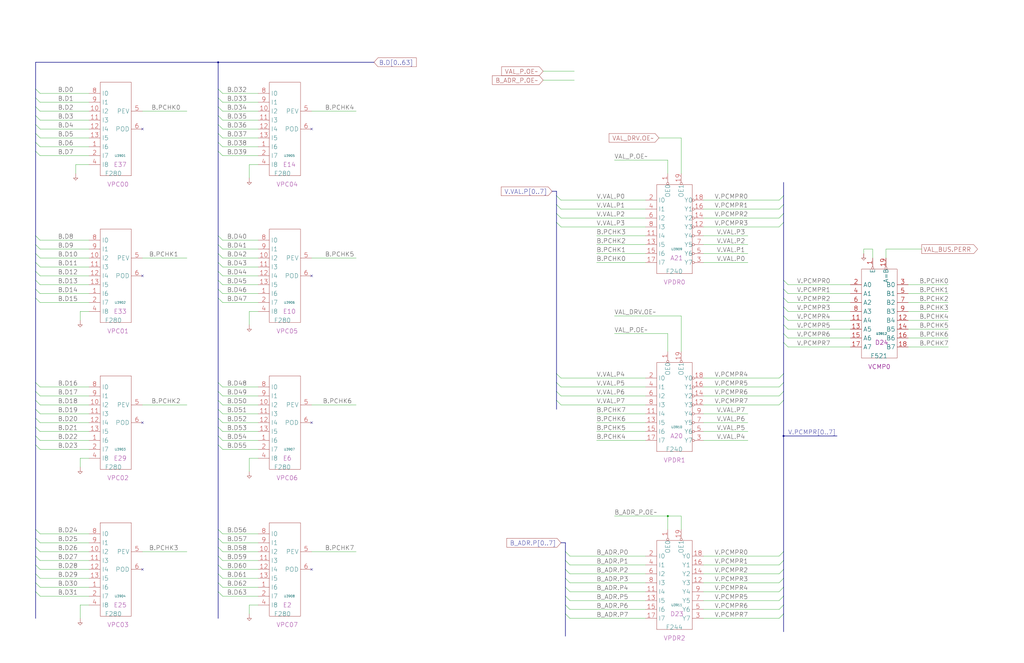
<source format=kicad_sch>
(kicad_sch (version 20230121) (generator eeschema)
  (paper "User" 584.2 378.46)
  (title_block (title "VAL DRIVER AND RECEIVER\\nPARITY") (date "22-MAR-90") (rev "1.0") (comment 1 "VALUE") (comment 2 "232-003063") (comment 3 "S400") (comment 4 "RELEASED"))
  (lib_symbols
    (symbol "r1000:F240" (pin_names (offset 1.016))
      (property "Reference" "U" (at 2.54 5.08 0))
      (property "Value" "F240" (at -3.81 -7.62 0))
      (property "Location" "___" (at -1.27 0 0))
      (property "Name" "______" (at 1.27 -15.24 0))
      (symbol "F240_1_1"
        (rectangle (start -8.89 41.91) (end 11.43 -8.89))
        (circle (center -2.54 42.545) (radius 0.635))
        (circle (center 5.08 42.545) (radius 0.635))
        (circle (center 12.065 -2.54) (radius 0.635))
        (circle (center 12.065 2.54) (radius 0.635))
        (circle (center 12.065 7.62) (radius 0.635))
        (circle (center 12.065 12.7) (radius 0.635))
        (circle (center 12.065 17.78) (radius 0.635))
        (circle (center 12.065 22.86) (radius 0.635))
        (circle (center 12.065 27.94) (radius 0.635))
        (circle (center 12.065 33.02) (radius 0.635))
        (pin input line (at -2.54 48.26 270) (length 5.08) (name "OE0") (number "1"))
        (pin input line (at -15.24 12.7 0) (length 6.35) (name "I4") (number "11"))
        (pin tri_state line (at 17.78 17.78 180) (length 5.08) (name "Y3") (number "12"))
        (pin input line (at -15.24 7.62 0) (length 6.35) (name "I5") (number "13"))
        (pin tri_state line (at 17.78 22.86 180) (length 5.08) (name "Y2") (number "14"))
        (pin input line (at -15.24 2.54 0) (length 6.35) (name "I6") (number "15"))
        (pin tri_state line (at 17.78 27.94 180) (length 5.08) (name "Y1") (number "16"))
        (pin input line (at -15.24 -2.54 0) (length 6.35) (name "I7") (number "17"))
        (pin tri_state line (at 17.78 33.02 180) (length 5.08) (name "Y0") (number "18"))
        (pin input line (at 5.08 48.26 270) (length 5.08) (name "OE1") (number "19"))
        (pin input line (at -15.24 33.02 0) (length 6.35) (name "I0") (number "2"))
        (pin tri_state line (at 17.78 -2.54 180) (length 5.08) (name "Y7") (number "3"))
        (pin input line (at -15.24 27.94 0) (length 6.35) (name "I1") (number "4"))
        (pin tri_state line (at 17.78 2.54 180) (length 5.08) (name "Y6") (number "5"))
        (pin input line (at -15.24 22.86 0) (length 6.35) (name "I2") (number "6"))
        (pin tri_state line (at 17.78 7.62 180) (length 5.08) (name "Y5") (number "7"))
        (pin input line (at -15.24 17.78 0) (length 6.35) (name "I3") (number "8"))
        (pin tri_state line (at 17.78 12.7 180) (length 5.08) (name "Y4") (number "9"))
      )
    )
    (symbol "r1000:F244" (pin_names (offset 1.016))
      (property "Reference" "U" (at 2.54 5.08 0))
      (property "Value" "F244" (at -3.81 -7.62 0))
      (property "Location" "___" (at -1.27 0 0))
      (property "Name" "______" (at 1.27 -15.24 0))
      (symbol "F244_1_1"
        (rectangle (start -8.89 41.91) (end 11.43 -8.89))
        (circle (center -2.54 42.545) (radius 0.635))
        (circle (center 5.08 42.545) (radius 0.635))
        (pin input line (at -2.54 48.26 270) (length 5.08) (name "OE0") (number "1"))
        (pin input line (at -15.24 12.7 0) (length 6.35) (name "I4") (number "11"))
        (pin tri_state line (at 17.78 17.78 180) (length 6.35) (name "Y3") (number "12"))
        (pin input line (at -15.24 7.62 0) (length 6.35) (name "I5") (number "13"))
        (pin tri_state line (at 17.78 22.86 180) (length 6.35) (name "Y2") (number "14"))
        (pin input line (at -15.24 2.54 0) (length 6.35) (name "I6") (number "15"))
        (pin tri_state line (at 17.78 27.94 180) (length 6.35) (name "Y1") (number "16"))
        (pin input line (at -15.24 -2.54 0) (length 6.35) (name "I7") (number "17"))
        (pin tri_state line (at 17.78 33.02 180) (length 6.35) (name "Y0") (number "18"))
        (pin input line (at 5.08 48.26 270) (length 5.08) (name "OE1") (number "19"))
        (pin input line (at -15.24 33.02 0) (length 6.35) (name "I0") (number "2"))
        (pin tri_state line (at 17.78 -2.54 180) (length 6.35) (name "Y7") (number "3"))
        (pin input line (at -15.24 27.94 0) (length 6.35) (name "I1") (number "4"))
        (pin tri_state line (at 17.78 2.54 180) (length 6.35) (name "Y6") (number "5"))
        (pin input line (at -15.24 22.86 0) (length 6.35) (name "I2") (number "6"))
        (pin tri_state line (at 17.78 7.62 180) (length 6.35) (name "Y5") (number "7"))
        (pin input line (at -15.24 17.78 0) (length 6.35) (name "I3") (number "8"))
        (pin tri_state line (at 17.78 12.7 180) (length 6.35) (name "Y4") (number "9"))
      )
    )
    (symbol "r1000:F280" (pin_names (offset 1.016))
      (property "Reference" "U" (at 2.54 5.08 0))
      (property "Value" "F280" (at -6.35 -5.08 0))
      (property "Location" "___" (at -1.27 0 0))
      (property "Name" "______" (at 1.27 -12.7 0))
      (symbol "F280_1_1"
        (rectangle (start -8.89 46.99) (end 8.89 -6.35))
        (pin input line (at -15.24 10.16 0) (length 6.35) (name "I6") (number "1"))
        (pin input line (at -15.24 30.48 0) (length 6.35) (name "I2") (number "10"))
        (pin input line (at -15.24 25.4 0) (length 6.35) (name "I3") (number "11"))
        (pin input line (at -15.24 20.32 0) (length 6.35) (name "I4") (number "12"))
        (pin input line (at -15.24 15.24 0) (length 6.35) (name "I5") (number "13"))
        (pin input line (at -15.24 5.08 0) (length 6.35) (name "I7") (number "2"))
        (pin input line (at -15.24 0 0) (length 6.35) (name "I8") (number "4"))
        (pin output line (at 15.24 30.48 180) (length 6.35) (name "PEV") (number "5"))
        (pin output line (at 15.24 20.32 180) (length 6.35) (name "POD") (number "6"))
        (pin input line (at -15.24 40.64 0) (length 6.35) (name "I0") (number "8"))
        (pin input line (at -15.24 35.56 0) (length 6.35) (name "I1") (number "9"))
      )
    )
    (symbol "r1000:F521" (pin_names (offset 1.016))
      (property "Reference" "U" (at 2.54 5.08 0))
      (property "Value" "F521" (at -3.81 -7.62 0))
      (property "Location" "___" (at -1.27 0 0))
      (property "Name" "______" (at 1.27 -15.24 0))
      (symbol "F521_1_1"
        (rectangle (start -8.89 41.91) (end 11.43 -8.89))
        (circle (center -2.54 42.545) (radius 0.635))
        (circle (center 5.08 42.545) (radius 0.635))
        (pin input line (at -2.54 48.26 270) (length 5.08) (name "E") (number "1"))
        (pin input line (at -15.24 12.7 0) (length 6.35) (name "A4") (number "11"))
        (pin input line (at 17.78 12.7 180) (length 6.35) (name "B4") (number "12"))
        (pin input line (at -15.24 7.62 0) (length 6.35) (name "A5") (number "13"))
        (pin input line (at 17.78 7.62 180) (length 6.35) (name "B5") (number "14"))
        (pin input line (at -15.24 2.54 0) (length 6.35) (name "A6") (number "15"))
        (pin input line (at 17.78 2.54 180) (length 6.35) (name "B6") (number "16"))
        (pin input line (at -15.24 -2.54 0) (length 6.35) (name "A7") (number "17"))
        (pin input line (at 17.78 -2.54 180) (length 6.35) (name "B7") (number "18"))
        (pin output line (at 5.08 48.26 270) (length 5.08) (name "A=B") (number "19"))
        (pin input line (at -15.24 33.02 0) (length 6.35) (name "A0") (number "2"))
        (pin input line (at 17.78 33.02 180) (length 6.35) (name "B0") (number "3"))
        (pin input line (at -15.24 27.94 0) (length 6.35) (name "A1") (number "4"))
        (pin input line (at 17.78 27.94 180) (length 6.35) (name "B1") (number "5"))
        (pin input line (at -15.24 22.86 0) (length 6.35) (name "A2") (number "6"))
        (pin input line (at 17.78 22.86 180) (length 6.35) (name "B2") (number "7"))
        (pin input line (at -15.24 17.78 0) (length 6.35) (name "A3") (number "8"))
        (pin input line (at 17.78 17.78 180) (length 6.35) (name "B3") (number "9"))
      )
    )
    (symbol "r1000:PD" (power) (pin_numbers hide) (pin_names hide) (in_bom no)
      (symbol "PD_0_1"
        (polyline (pts (xy 0 -2.54) (xy 1.27 -2.54) (xy 0 -3.81) (xy -1.27 -2.54) (xy 0 -2.54)) (stroke (width 0.1524)))
      )
      (symbol "PD_1_1"
        (pin power_in line (at 0 0 270) (length 2.54) (name "PD") (number "1"))
      )
    )
  )
  (junction (at 447.04 248.92))
  (junction (at 124.46 35.56))
  (junction (at 381 294.64))
  (no_connect (at 81.28 157.48))
  (no_connect (at 81.28 325.12))
  (no_connect (at 177.8 325.12))
  (no_connect (at 177.8 157.48))
  (no_connect (at 177.8 73.66))
  (no_connect (at 81.28 73.66))
  (no_connect (at 177.8 241.3))
  (no_connect (at 81.28 241.3))
  (bus_entry (at 317.5 116.84) (size 2.54 2.54))
  (bus_entry (at 447.04 121.92) (size -2.54 2.54))
  (bus_entry (at 124.46 307.34) (size 2.54 2.54))
  (bus_entry (at 124.46 302.26) (size 2.54 2.54))
  (bus_entry (at 124.46 170.18) (size 2.54 2.54))
  (bus_entry (at 124.46 254) (size 2.54 2.54))
  (bus_entry (at 20.32 86.36) (size 2.54 2.54))
  (bus_entry (at 317.5 228.6) (size 2.54 2.54))
  (bus_entry (at 447.04 335.28) (size -2.54 2.54))
  (bus_entry (at 124.46 66.04) (size 2.54 2.54))
  (bus_entry (at 447.04 340.36) (size -2.54 2.54))
  (bus_entry (at 447.04 111.76) (size -2.54 2.54))
  (bus_entry (at 447.04 195.58) (size 2.54 2.54))
  (bus_entry (at 322.58 350.52) (size 2.54 2.54))
  (bus_entry (at 447.04 190.5) (size 2.54 2.54))
  (bus_entry (at 124.46 332.74) (size 2.54 2.54))
  (bus_entry (at 447.04 314.96) (size -2.54 2.54))
  (bus_entry (at 124.46 312.42) (size 2.54 2.54))
  (bus_entry (at 20.32 327.66) (size 2.54 2.54))
  (bus_entry (at 20.32 332.74) (size 2.54 2.54))
  (bus_entry (at 124.46 238.76) (size 2.54 2.54))
  (bus_entry (at 124.46 160.02) (size 2.54 2.54))
  (bus_entry (at 124.46 218.44) (size 2.54 2.54))
  (bus_entry (at 447.04 170.18) (size 2.54 2.54))
  (bus_entry (at 317.5 121.92) (size 2.54 2.54))
  (bus_entry (at 447.04 350.52) (size -2.54 2.54))
  (bus_entry (at 20.32 302.26) (size 2.54 2.54))
  (bus_entry (at 124.46 337.82) (size 2.54 2.54))
  (bus_entry (at 124.46 223.52) (size 2.54 2.54))
  (bus_entry (at 124.46 165.1) (size 2.54 2.54))
  (bus_entry (at 124.46 86.36) (size 2.54 2.54))
  (bus_entry (at 447.04 165.1) (size 2.54 2.54))
  (bus_entry (at 124.46 228.6) (size 2.54 2.54))
  (bus_entry (at 20.32 154.94) (size 2.54 2.54))
  (bus_entry (at 20.32 228.6) (size 2.54 2.54))
  (bus_entry (at 20.32 160.02) (size 2.54 2.54))
  (bus_entry (at 322.58 330.2) (size 2.54 2.54))
  (bus_entry (at 447.04 223.52) (size -2.54 2.54))
  (bus_entry (at 124.46 50.8) (size 2.54 2.54))
  (bus_entry (at 317.5 111.76) (size 2.54 2.54))
  (bus_entry (at 20.32 218.44) (size 2.54 2.54))
  (bus_entry (at 124.46 144.78) (size 2.54 2.54))
  (bus_entry (at 20.32 248.92) (size 2.54 2.54))
  (bus_entry (at 317.5 213.36) (size 2.54 2.54))
  (bus_entry (at 20.32 165.1) (size 2.54 2.54))
  (bus_entry (at 447.04 330.2) (size -2.54 2.54))
  (bus_entry (at 124.46 55.88) (size 2.54 2.54))
  (bus_entry (at 124.46 134.62) (size 2.54 2.54))
  (bus_entry (at 322.58 340.36) (size 2.54 2.54))
  (bus_entry (at 447.04 213.36) (size -2.54 2.54))
  (bus_entry (at 124.46 139.7) (size 2.54 2.54))
  (bus_entry (at 20.32 223.52) (size 2.54 2.54))
  (bus_entry (at 124.46 154.94) (size 2.54 2.54))
  (bus_entry (at 124.46 81.28) (size 2.54 2.54))
  (bus_entry (at 322.58 325.12) (size 2.54 2.54))
  (bus_entry (at 20.32 170.18) (size 2.54 2.54))
  (bus_entry (at 124.46 233.68) (size 2.54 2.54))
  (bus_entry (at 20.32 71.12) (size 2.54 2.54))
  (bus_entry (at 447.04 228.6) (size -2.54 2.54))
  (bus_entry (at 124.46 149.86) (size 2.54 2.54))
  (bus_entry (at 20.32 243.84) (size 2.54 2.54))
  (bus_entry (at 20.32 139.7) (size 2.54 2.54))
  (bus_entry (at 322.58 320.04) (size 2.54 2.54))
  (bus_entry (at 322.58 335.28) (size 2.54 2.54))
  (bus_entry (at 447.04 180.34) (size 2.54 2.54))
  (bus_entry (at 20.32 233.68) (size 2.54 2.54))
  (bus_entry (at 124.46 327.66) (size 2.54 2.54))
  (bus_entry (at 447.04 160.02) (size 2.54 2.54))
  (bus_entry (at 20.32 66.04) (size 2.54 2.54))
  (bus_entry (at 20.32 76.2) (size 2.54 2.54))
  (bus_entry (at 124.46 60.96) (size 2.54 2.54))
  (bus_entry (at 124.46 71.12) (size 2.54 2.54))
  (bus_entry (at 20.32 307.34) (size 2.54 2.54))
  (bus_entry (at 317.5 127) (size 2.54 2.54))
  (bus_entry (at 20.32 254) (size 2.54 2.54))
  (bus_entry (at 124.46 243.84) (size 2.54 2.54))
  (bus_entry (at 20.32 81.28) (size 2.54 2.54))
  (bus_entry (at 20.32 55.88) (size 2.54 2.54))
  (bus_entry (at 322.58 345.44) (size 2.54 2.54))
  (bus_entry (at 20.32 337.82) (size 2.54 2.54))
  (bus_entry (at 447.04 218.44) (size -2.54 2.54))
  (bus_entry (at 317.5 218.44) (size 2.54 2.54))
  (bus_entry (at 447.04 127) (size -2.54 2.54))
  (bus_entry (at 20.32 317.5) (size 2.54 2.54))
  (bus_entry (at 447.04 185.42) (size 2.54 2.54))
  (bus_entry (at 20.32 134.62) (size 2.54 2.54))
  (bus_entry (at 20.32 322.58) (size 2.54 2.54))
  (bus_entry (at 124.46 76.2) (size 2.54 2.54))
  (bus_entry (at 20.32 144.78) (size 2.54 2.54))
  (bus_entry (at 20.32 50.8) (size 2.54 2.54))
  (bus_entry (at 447.04 320.04) (size -2.54 2.54))
  (bus_entry (at 124.46 248.92) (size 2.54 2.54))
  (bus_entry (at 20.32 60.96) (size 2.54 2.54))
  (bus_entry (at 447.04 325.12) (size -2.54 2.54))
  (bus_entry (at 447.04 116.84) (size -2.54 2.54))
  (bus_entry (at 124.46 317.5) (size 2.54 2.54))
  (bus_entry (at 20.32 238.76) (size 2.54 2.54))
  (bus_entry (at 20.32 149.86) (size 2.54 2.54))
  (bus_entry (at 317.5 223.52) (size 2.54 2.54))
  (bus_entry (at 447.04 175.26) (size 2.54 2.54))
  (bus_entry (at 322.58 314.96) (size 2.54 2.54))
  (bus_entry (at 124.46 322.58) (size 2.54 2.54))
  (bus_entry (at 447.04 345.44) (size -2.54 2.54))
  (bus_entry (at 20.32 312.42) (size 2.54 2.54))
  (wire (pts (xy 492.76 144.78) (xy 492.76 142.24)))
  (wire (pts (xy 22.86 220.98) (xy 50.8 220.98)))
  (wire (pts (xy 340.36 251.46) (xy 368.3 251.46)))
  (wire (pts (xy 127 157.48) (xy 147.32 157.48)))
  (wire (pts (xy 22.86 78.74) (xy 50.8 78.74)))
  (bus (pts (xy 124.46 149.86) (xy 124.46 154.94)))
  (wire (pts (xy 401.32 119.38) (xy 444.5 119.38)))
  (wire (pts (xy 401.32 251.46) (xy 426.72 251.46)))
  (bus (pts (xy 20.32 35.56) (xy 20.32 50.8)))
  (bus (pts (xy 124.46 165.1) (xy 124.46 170.18)))
  (wire (pts (xy 320.04 124.46) (xy 368.3 124.46)))
  (wire (pts (xy 43.18 93.98) (xy 43.18 99.06)))
  (bus (pts (xy 124.46 243.84) (xy 124.46 248.92)))
  (wire (pts (xy 22.86 236.22) (xy 50.8 236.22)))
  (bus (pts (xy 124.46 307.34) (xy 124.46 312.42)))
  (wire (pts (xy 22.86 88.9) (xy 50.8 88.9)))
  (wire (pts (xy 127 226.06) (xy 147.32 226.06)))
  (wire (pts (xy 340.36 144.78) (xy 368.3 144.78)))
  (wire (pts (xy 22.86 246.38) (xy 50.8 246.38)))
  (wire (pts (xy 22.86 309.88) (xy 50.8 309.88)))
  (wire (pts (xy 22.86 241.3) (xy 50.8 241.3)))
  (bus (pts (xy 447.04 314.96) (xy 447.04 320.04)))
  (wire (pts (xy 325.12 327.66) (xy 368.3 327.66)))
  (wire (pts (xy 127 246.38) (xy 147.32 246.38)))
  (wire (pts (xy 22.86 231.14) (xy 50.8 231.14)))
  (wire (pts (xy 325.12 347.98) (xy 368.3 347.98)))
  (bus (pts (xy 124.46 86.36) (xy 124.46 134.62)))
  (wire (pts (xy 401.32 327.66) (xy 444.5 327.66)))
  (wire (pts (xy 127 68.58) (xy 147.32 68.58)))
  (bus (pts (xy 447.04 330.2) (xy 447.04 335.28)))
  (bus (pts (xy 317.5 116.84) (xy 317.5 121.92)))
  (bus (pts (xy 124.46 35.56) (xy 124.46 50.8)))
  (bus (pts (xy 447.04 213.36) (xy 447.04 218.44)))
  (bus (pts (xy 20.32 302.26) (xy 20.32 307.34)))
  (bus (pts (xy 124.46 248.92) (xy 124.46 254)))
  (bus (pts (xy 447.04 185.42) (xy 447.04 190.5)))
  (bus (pts (xy 124.46 50.8) (xy 124.46 55.88)))
  (bus (pts (xy 124.46 81.28) (xy 124.46 86.36)))
  (wire (pts (xy 518.16 172.72) (xy 541.02 172.72)))
  (wire (pts (xy 401.32 139.7) (xy 426.72 139.7)))
  (wire (pts (xy 381 190.5) (xy 381 200.66)))
  (bus (pts (xy 124.46 71.12) (xy 124.46 76.2)))
  (wire (pts (xy 22.86 335.28) (xy 50.8 335.28)))
  (bus (pts (xy 322.58 330.2) (xy 322.58 335.28)))
  (bus (pts (xy 447.04 121.92) (xy 447.04 127)))
  (wire (pts (xy 127 78.74) (xy 147.32 78.74)))
  (bus (pts (xy 322.58 345.44) (xy 322.58 350.52)))
  (wire (pts (xy 320.04 129.54) (xy 368.3 129.54)))
  (bus (pts (xy 447.04 350.52) (xy 447.04 360.68)))
  (wire (pts (xy 388.62 78.74) (xy 388.62 99.06)))
  (wire (pts (xy 320.04 215.9) (xy 368.3 215.9)))
  (wire (pts (xy 142.24 177.8) (xy 147.32 177.8)))
  (bus (pts (xy 20.32 170.18) (xy 20.32 218.44)))
  (wire (pts (xy 22.86 314.96) (xy 50.8 314.96)))
  (bus (pts (xy 20.32 60.96) (xy 20.32 66.04)))
  (bus (pts (xy 20.32 332.74) (xy 20.32 337.82)))
  (wire (pts (xy 340.36 241.3) (xy 368.3 241.3)))
  (wire (pts (xy 350.52 294.64) (xy 381 294.64)))
  (wire (pts (xy 518.16 193.04) (xy 541.02 193.04)))
  (wire (pts (xy 22.86 152.4) (xy 50.8 152.4)))
  (bus (pts (xy 20.32 317.5) (xy 20.32 322.58)))
  (wire (pts (xy 22.86 162.56) (xy 50.8 162.56)))
  (bus (pts (xy 124.46 254) (xy 124.46 302.26)))
  (wire (pts (xy 127 314.96) (xy 147.32 314.96)))
  (bus (pts (xy 124.46 223.52) (xy 124.46 228.6)))
  (bus (pts (xy 124.46 233.68) (xy 124.46 238.76)))
  (wire (pts (xy 22.86 320.04) (xy 50.8 320.04)))
  (wire (pts (xy 381 294.64) (xy 388.62 294.64)))
  (wire (pts (xy 449.58 193.04) (xy 485.14 193.04)))
  (wire (pts (xy 127 167.64) (xy 147.32 167.64)))
  (bus (pts (xy 20.32 76.2) (xy 20.32 81.28)))
  (bus (pts (xy 124.46 312.42) (xy 124.46 317.5)))
  (wire (pts (xy 449.58 198.12) (xy 485.14 198.12)))
  (wire (pts (xy 320.04 231.14) (xy 368.3 231.14)))
  (bus (pts (xy 20.32 312.42) (xy 20.32 317.5)))
  (bus (pts (xy 447.04 116.84) (xy 447.04 121.92)))
  (wire (pts (xy 22.86 63.5) (xy 50.8 63.5)))
  (wire (pts (xy 81.28 63.5) (xy 106.68 63.5)))
  (wire (pts (xy 325.12 337.82) (xy 368.3 337.82)))
  (wire (pts (xy 401.32 246.38) (xy 426.72 246.38)))
  (wire (pts (xy 325.12 332.74) (xy 368.3 332.74)))
  (bus (pts (xy 124.46 327.66) (xy 124.46 332.74)))
  (bus (pts (xy 20.32 218.44) (xy 20.32 223.52)))
  (wire (pts (xy 22.86 137.16) (xy 50.8 137.16)))
  (wire (pts (xy 45.72 266.7) (xy 45.72 261.62)))
  (wire (pts (xy 350.52 91.44) (xy 381 91.44)))
  (wire (pts (xy 401.32 317.5) (xy 444.5 317.5)))
  (bus (pts (xy 20.32 55.88) (xy 20.32 60.96)))
  (wire (pts (xy 401.32 134.62) (xy 426.72 134.62)))
  (wire (pts (xy 492.76 142.24) (xy 497.84 142.24)))
  (wire (pts (xy 518.16 177.8) (xy 541.02 177.8)))
  (wire (pts (xy 81.28 314.96) (xy 106.68 314.96)))
  (wire (pts (xy 127 162.56) (xy 147.32 162.56)))
  (wire (pts (xy 22.86 256.54) (xy 50.8 256.54)))
  (wire (pts (xy 449.58 177.8) (xy 485.14 177.8)))
  (bus (pts (xy 317.5 109.22) (xy 317.5 111.76)))
  (wire (pts (xy 127 335.28) (xy 147.32 335.28)))
  (wire (pts (xy 325.12 322.58) (xy 368.3 322.58)))
  (bus (pts (xy 20.32 248.92) (xy 20.32 254)))
  (wire (pts (xy 401.32 236.22) (xy 426.72 236.22)))
  (wire (pts (xy 401.32 114.3) (xy 444.5 114.3)))
  (wire (pts (xy 497.84 142.24) (xy 497.84 147.32)))
  (bus (pts (xy 20.32 327.66) (xy 20.32 332.74)))
  (wire (pts (xy 127 83.82) (xy 147.32 83.82)))
  (bus (pts (xy 322.58 320.04) (xy 322.58 325.12)))
  (wire (pts (xy 340.36 246.38) (xy 368.3 246.38)))
  (wire (pts (xy 22.86 142.24) (xy 50.8 142.24)))
  (bus (pts (xy 447.04 170.18) (xy 447.04 175.26)))
  (bus (pts (xy 20.32 149.86) (xy 20.32 154.94)))
  (bus (pts (xy 124.46 76.2) (xy 124.46 81.28)))
  (wire (pts (xy 177.8 314.96) (xy 203.2 314.96)))
  (bus (pts (xy 447.04 104.14) (xy 447.04 111.76)))
  (wire (pts (xy 518.16 198.12) (xy 541.02 198.12)))
  (bus (pts (xy 20.32 144.78) (xy 20.32 149.86)))
  (bus (pts (xy 447.04 127) (xy 447.04 160.02)))
  (wire (pts (xy 127 309.88) (xy 147.32 309.88)))
  (bus (pts (xy 20.32 233.68) (xy 20.32 238.76)))
  (wire (pts (xy 127 241.3) (xy 147.32 241.3)))
  (wire (pts (xy 81.28 231.14) (xy 106.68 231.14)))
  (bus (pts (xy 124.46 238.76) (xy 124.46 243.84)))
  (bus (pts (xy 20.32 81.28) (xy 20.32 86.36)))
  (bus (pts (xy 20.32 154.94) (xy 20.32 160.02)))
  (bus (pts (xy 124.46 154.94) (xy 124.46 160.02)))
  (bus (pts (xy 20.32 35.56) (xy 124.46 35.56)))
  (bus (pts (xy 20.32 86.36) (xy 20.32 134.62)))
  (wire (pts (xy 350.52 180.34) (xy 388.62 180.34)))
  (wire (pts (xy 518.16 182.88) (xy 541.02 182.88)))
  (bus (pts (xy 447.04 190.5) (xy 447.04 195.58)))
  (bus (pts (xy 447.04 248.92) (xy 477.52 248.92)))
  (bus (pts (xy 124.46 332.74) (xy 124.46 337.82)))
  (wire (pts (xy 127 147.32) (xy 147.32 147.32)))
  (wire (pts (xy 177.8 63.5) (xy 203.2 63.5)))
  (bus (pts (xy 322.58 309.88) (xy 322.58 314.96)))
  (bus (pts (xy 317.5 111.76) (xy 317.5 116.84)))
  (wire (pts (xy 45.72 177.8) (xy 50.8 177.8)))
  (wire (pts (xy 401.32 241.3) (xy 426.72 241.3)))
  (wire (pts (xy 22.86 325.12) (xy 50.8 325.12)))
  (wire (pts (xy 388.62 294.64) (xy 388.62 302.26)))
  (wire (pts (xy 401.32 337.82) (xy 444.5 337.82)))
  (bus (pts (xy 124.46 144.78) (xy 124.46 149.86)))
  (bus (pts (xy 124.46 322.58) (xy 124.46 327.66)))
  (bus (pts (xy 447.04 345.44) (xy 447.04 350.52)))
  (wire (pts (xy 127 58.42) (xy 147.32 58.42)))
  (wire (pts (xy 81.28 147.32) (xy 106.68 147.32)))
  (wire (pts (xy 22.86 157.48) (xy 50.8 157.48)))
  (wire (pts (xy 401.32 332.74) (xy 444.5 332.74)))
  (wire (pts (xy 401.32 215.9) (xy 444.5 215.9)))
  (wire (pts (xy 22.86 58.42) (xy 50.8 58.42)))
  (bus (pts (xy 20.32 223.52) (xy 20.32 228.6)))
  (bus (pts (xy 20.32 50.8) (xy 20.32 55.88)))
  (wire (pts (xy 22.86 53.34) (xy 50.8 53.34)))
  (wire (pts (xy 401.32 220.98) (xy 444.5 220.98)))
  (bus (pts (xy 20.32 238.76) (xy 20.32 243.84)))
  (bus (pts (xy 447.04 175.26) (xy 447.04 180.34)))
  (bus (pts (xy 447.04 325.12) (xy 447.04 330.2)))
  (bus (pts (xy 447.04 223.52) (xy 447.04 228.6)))
  (wire (pts (xy 401.32 129.54) (xy 444.5 129.54)))
  (wire (pts (xy 518.16 162.56) (xy 541.02 162.56)))
  (wire (pts (xy 22.86 147.32) (xy 50.8 147.32)))
  (bus (pts (xy 20.32 71.12) (xy 20.32 76.2)))
  (wire (pts (xy 127 137.16) (xy 147.32 137.16)))
  (bus (pts (xy 447.04 218.44) (xy 447.04 223.52)))
  (wire (pts (xy 401.32 353.06) (xy 444.5 353.06)))
  (bus (pts (xy 317.5 223.52) (xy 317.5 228.6)))
  (wire (pts (xy 45.72 261.62) (xy 50.8 261.62)))
  (wire (pts (xy 325.12 317.5) (xy 368.3 317.5)))
  (wire (pts (xy 22.86 226.06) (xy 50.8 226.06)))
  (bus (pts (xy 20.32 307.34) (xy 20.32 312.42)))
  (wire (pts (xy 142.24 93.98) (xy 147.32 93.98)))
  (wire (pts (xy 22.86 172.72) (xy 50.8 172.72)))
  (wire (pts (xy 22.86 68.58) (xy 50.8 68.58)))
  (bus (pts (xy 322.58 335.28) (xy 322.58 340.36)))
  (wire (pts (xy 142.24 185.42) (xy 142.24 177.8)))
  (wire (pts (xy 45.72 182.88) (xy 45.72 177.8)))
  (bus (pts (xy 20.32 165.1) (xy 20.32 170.18)))
  (bus (pts (xy 124.46 66.04) (xy 124.46 71.12)))
  (bus (pts (xy 447.04 320.04) (xy 447.04 325.12)))
  (wire (pts (xy 309.88 40.64) (xy 327.66 40.64)))
  (bus (pts (xy 317.5 127) (xy 317.5 213.36)))
  (bus (pts (xy 124.46 55.88) (xy 124.46 60.96)))
  (bus (pts (xy 124.46 60.96) (xy 124.46 66.04)))
  (wire (pts (xy 127 73.66) (xy 147.32 73.66)))
  (wire (pts (xy 449.58 162.56) (xy 485.14 162.56)))
  (wire (pts (xy 127 330.2) (xy 147.32 330.2)))
  (wire (pts (xy 449.58 172.72) (xy 485.14 172.72)))
  (bus (pts (xy 322.58 340.36) (xy 322.58 345.44)))
  (bus (pts (xy 124.46 337.82) (xy 124.46 353.06)))
  (bus (pts (xy 124.46 134.62) (xy 124.46 139.7)))
  (wire (pts (xy 177.8 147.32) (xy 203.2 147.32)))
  (wire (pts (xy 375.92 78.74) (xy 388.62 78.74)))
  (wire (pts (xy 381 294.64) (xy 381 302.26)))
  (wire (pts (xy 127 325.12) (xy 147.32 325.12)))
  (wire (pts (xy 325.12 353.06) (xy 368.3 353.06)))
  (bus (pts (xy 20.32 66.04) (xy 20.32 71.12)))
  (bus (pts (xy 20.32 243.84) (xy 20.32 248.92)))
  (wire (pts (xy 127 236.22) (xy 147.32 236.22)))
  (wire (pts (xy 401.32 226.06) (xy 444.5 226.06)))
  (wire (pts (xy 320.04 220.98) (xy 368.3 220.98)))
  (bus (pts (xy 20.32 160.02) (xy 20.32 165.1)))
  (bus (pts (xy 20.32 228.6) (xy 20.32 233.68)))
  (bus (pts (xy 447.04 340.36) (xy 447.04 345.44)))
  (bus (pts (xy 447.04 248.92) (xy 447.04 314.96)))
  (wire (pts (xy 401.32 144.78) (xy 426.72 144.78)))
  (bus (pts (xy 124.46 218.44) (xy 124.46 223.52)))
  (wire (pts (xy 22.86 304.8) (xy 50.8 304.8)))
  (bus (pts (xy 20.32 139.7) (xy 20.32 144.78)))
  (wire (pts (xy 320.04 226.06) (xy 368.3 226.06)))
  (wire (pts (xy 127 256.54) (xy 147.32 256.54)))
  (wire (pts (xy 127 220.98) (xy 147.32 220.98)))
  (wire (pts (xy 401.32 347.98) (xy 444.5 347.98)))
  (bus (pts (xy 20.32 254) (xy 20.32 302.26)))
  (bus (pts (xy 320.04 309.88) (xy 322.58 309.88)))
  (bus (pts (xy 124.46 160.02) (xy 124.46 165.1)))
  (bus (pts (xy 124.46 302.26) (xy 124.46 307.34)))
  (bus (pts (xy 447.04 160.02) (xy 447.04 165.1)))
  (wire (pts (xy 449.58 187.96) (xy 485.14 187.96)))
  (bus (pts (xy 447.04 180.34) (xy 447.04 185.42)))
  (wire (pts (xy 340.36 139.7) (xy 368.3 139.7)))
  (wire (pts (xy 325.12 342.9) (xy 368.3 342.9)))
  (bus (pts (xy 447.04 228.6) (xy 447.04 248.92)))
  (wire (pts (xy 127 231.14) (xy 147.32 231.14)))
  (bus (pts (xy 317.5 121.92) (xy 317.5 127)))
  (wire (pts (xy 127 53.34) (xy 147.32 53.34)))
  (wire (pts (xy 340.36 236.22) (xy 368.3 236.22)))
  (wire (pts (xy 340.36 134.62) (xy 368.3 134.62)))
  (wire (pts (xy 401.32 149.86) (xy 426.72 149.86)))
  (wire (pts (xy 505.46 142.24) (xy 505.46 147.32)))
  (wire (pts (xy 142.24 261.62) (xy 147.32 261.62)))
  (wire (pts (xy 127 340.36) (xy 147.32 340.36)))
  (bus (pts (xy 317.5 218.44) (xy 317.5 223.52)))
  (wire (pts (xy 388.62 180.34) (xy 388.62 200.66)))
  (wire (pts (xy 401.32 231.14) (xy 444.5 231.14)))
  (wire (pts (xy 142.24 269.24) (xy 142.24 261.62)))
  (bus (pts (xy 20.32 322.58) (xy 20.32 327.66)))
  (wire (pts (xy 525.78 142.24) (xy 505.46 142.24)))
  (bus (pts (xy 124.46 139.7) (xy 124.46 144.78)))
  (wire (pts (xy 127 63.5) (xy 147.32 63.5)))
  (bus (pts (xy 20.32 134.62) (xy 20.32 139.7)))
  (wire (pts (xy 50.8 93.98) (xy 43.18 93.98)))
  (wire (pts (xy 127 172.72) (xy 147.32 172.72)))
  (bus (pts (xy 447.04 195.58) (xy 447.04 213.36)))
  (wire (pts (xy 320.04 119.38) (xy 368.3 119.38)))
  (wire (pts (xy 22.86 330.2) (xy 50.8 330.2)))
  (wire (pts (xy 127 152.4) (xy 147.32 152.4)))
  (wire (pts (xy 320.04 114.3) (xy 368.3 114.3)))
  (bus (pts (xy 124.46 170.18) (xy 124.46 218.44)))
  (bus (pts (xy 447.04 335.28) (xy 447.04 340.36)))
  (bus (pts (xy 317.5 228.6) (xy 317.5 233.68)))
  (bus (pts (xy 124.46 228.6) (xy 124.46 233.68)))
  (wire (pts (xy 127 304.8) (xy 147.32 304.8)))
  (wire (pts (xy 45.72 353.06) (xy 45.72 345.44)))
  (wire (pts (xy 142.24 101.6) (xy 142.24 93.98)))
  (wire (pts (xy 518.16 187.96) (xy 541.02 187.96)))
  (wire (pts (xy 22.86 340.36) (xy 50.8 340.36)))
  (wire (pts (xy 401.32 322.58) (xy 444.5 322.58)))
  (bus (pts (xy 447.04 111.76) (xy 447.04 116.84)))
  (wire (pts (xy 381 91.44) (xy 381 99.06)))
  (wire (pts (xy 22.86 251.46) (xy 50.8 251.46)))
  (wire (pts (xy 127 88.9) (xy 147.32 88.9)))
  (bus (pts (xy 124.46 35.56) (xy 213.36 35.56)))
  (wire (pts (xy 518.16 167.64) (xy 541.02 167.64)))
  (wire (pts (xy 449.58 182.88) (xy 485.14 182.88)))
  (bus (pts (xy 20.32 337.82) (xy 20.32 353.06)))
  (wire (pts (xy 401.32 342.9) (xy 444.5 342.9)))
  (wire (pts (xy 340.36 149.86) (xy 368.3 149.86)))
  (wire (pts (xy 142.24 350.52) (xy 142.24 345.44)))
  (wire (pts (xy 22.86 83.82) (xy 50.8 83.82)))
  (bus (pts (xy 322.58 314.96) (xy 322.58 320.04)))
  (wire (pts (xy 22.86 73.66) (xy 50.8 73.66)))
  (wire (pts (xy 401.32 124.46) (xy 444.5 124.46)))
  (wire (pts (xy 127 320.04) (xy 147.32 320.04)))
  (wire (pts (xy 350.52 190.5) (xy 381 190.5)))
  (wire (pts (xy 127 142.24) (xy 147.32 142.24)))
  (bus (pts (xy 317.5 213.36) (xy 317.5 218.44)))
  (wire (pts (xy 22.86 167.64) (xy 50.8 167.64)))
  (wire (pts (xy 127 251.46) (xy 147.32 251.46)))
  (wire (pts (xy 309.88 45.72) (xy 327.66 45.72)))
  (wire (pts (xy 45.72 345.44) (xy 50.8 345.44)))
  (bus (pts (xy 314.96 109.22) (xy 317.5 109.22)))
  (bus (pts (xy 322.58 350.52) (xy 322.58 363.22)))
  (wire (pts (xy 142.24 345.44) (xy 147.32 345.44)))
  (wire (pts (xy 449.58 167.64) (xy 485.14 167.64)))
  (bus (pts (xy 447.04 165.1) (xy 447.04 170.18)))
  (bus (pts (xy 124.46 317.5) (xy 124.46 322.58)))
  (bus (pts (xy 322.58 325.12) (xy 322.58 330.2)))
  (wire (pts (xy 177.8 231.14) (xy 203.2 231.14)))
  (label "V.VAL.P5" (at 340.36 220.98 0) (effects (font (size 2.54 2.54))))
  (label "B.D50" (at 129.54 231.14 0) (effects (font (size 2.54 2.54))))
  (label "B.D27" (at 33.02 320.04 0) (effects (font (size 2.54 2.54))))
  (label "B.D58" (at 129.54 314.96 0) (effects (font (size 2.54 2.54))))
  (label "B.D57" (at 129.54 309.88 0) (effects (font (size 2.54 2.54))))
  (label "VAL_P.OE~" (at 350.52 91.44 0) (effects (font (size 2.54 2.54))))
  (label "B.D6" (at 33.02 83.82 0) (effects (font (size 2.54 2.54))))
  (label "B.D42" (at 129.54 147.32 0) (effects (font (size 2.54 2.54))))
  (label "B.PCHK2" (at 524.51 172.72 0) (effects (font (size 2.54 2.54))))
  (label "B.PCHK6" (at 524.51 193.04 0) (effects (font (size 2.54 2.54))))
  (label "B.D43" (at 129.54 152.4 0) (effects (font (size 2.54 2.54))))
  (label "V.PCMPR6" (at 407.67 226.06 0) (effects (font (size 2.54 2.54))))
  (label "B.PCHK4" (at 185.42 63.5 0) (effects (font (size 2.54 2.54))))
  (label "V.VAL.P2" (at 408.94 139.7 0) (effects (font (size 2.54 2.54))))
  (label "B.D23" (at 33.02 256.54 0) (effects (font (size 2.54 2.54))))
  (label "B.D38" (at 129.54 83.82 0) (effects (font (size 2.54 2.54))))
  (label "B.D17" (at 33.02 226.06 0) (effects (font (size 2.54 2.54))))
  (label "B.D31" (at 33.02 340.36 0) (effects (font (size 2.54 2.54))))
  (label "V.PCMPR2" (at 407.67 327.66 0) (effects (font (size 2.54 2.54))))
  (label "B.D29" (at 33.02 330.2 0) (effects (font (size 2.54 2.54))))
  (label "B.PCHK7" (at 524.51 198.12 0) (effects (font (size 2.54 2.54))))
  (label "B.PCHK6" (at 340.36 241.3 0) (effects (font (size 2.54 2.54))))
  (label "B.D24" (at 33.02 304.8 0) (effects (font (size 2.54 2.54))))
  (label "V.VAL.P3" (at 340.36 129.54 0) (effects (font (size 2.54 2.54))))
  (label "B_ADR.P5" (at 340.36 342.9 0) (effects (font (size 2.54 2.54))))
  (label "B_ADR.P1" (at 340.36 322.58 0) (effects (font (size 2.54 2.54))))
  (label "B.PCHK1" (at 340.36 144.78 0) (effects (font (size 2.54 2.54))))
  (label "B.PCHK5" (at 340.36 246.38 0) (effects (font (size 2.54 2.54))))
  (label "B.D2" (at 33.02 63.5 0) (effects (font (size 2.54 2.54))))
  (label "B.D44" (at 129.54 157.48 0) (effects (font (size 2.54 2.54))))
  (label "B.D62" (at 129.54 335.28 0) (effects (font (size 2.54 2.54))))
  (label "V.PCMPR[0..7]" (at 449.58 248.92 0) (effects (font (size 2.54 2.54))))
  (label "B.D37" (at 129.54 78.74 0) (effects (font (size 2.54 2.54))))
  (label "V.PCMPR3" (at 454.66 177.8 0) (effects (font (size 2.54 2.54))))
  (label "V.PCMPR2" (at 454.66 172.72 0) (effects (font (size 2.54 2.54))))
  (label "V.VAL.P7" (at 408.94 236.22 0) (effects (font (size 2.54 2.54))))
  (label "B.D3" (at 33.02 68.58 0) (effects (font (size 2.54 2.54))))
  (label "B.PCHK0" (at 524.51 162.56 0) (effects (font (size 2.54 2.54))))
  (label "V.PCMPR1" (at 454.66 167.64 0) (effects (font (size 2.54 2.54))))
  (label "B_ADR_P.OE~" (at 350.52 294.64 0) (effects (font (size 2.54 2.54))))
  (label "B.PCHK5" (at 524.51 187.96 0) (effects (font (size 2.54 2.54))))
  (label "B_ADR.P3" (at 340.36 332.74 0) (effects (font (size 2.54 2.54))))
  (label "B.D19" (at 33.02 236.22 0) (effects (font (size 2.54 2.54))))
  (label "B.PCHK6" (at 184.15 231.14 0) (effects (font (size 2.54 2.54))))
  (label "B.D7" (at 33.02 88.9 0) (effects (font (size 2.54 2.54))))
  (label "B.D40" (at 129.54 137.16 0) (effects (font (size 2.54 2.54))))
  (label "B.D13" (at 33.02 162.56 0) (effects (font (size 2.54 2.54))))
  (label "V.PCMPR1" (at 407.67 322.58 0) (effects (font (size 2.54 2.54))))
  (label "B.D48" (at 129.54 220.98 0) (effects (font (size 2.54 2.54))))
  (label "V.PCMPR0" (at 407.67 114.3 0) (effects (font (size 2.54 2.54))))
  (label "B.D56" (at 129.54 304.8 0) (effects (font (size 2.54 2.54))))
  (label "V.PCMPR3" (at 407.67 129.54 0) (effects (font (size 2.54 2.54))))
  (label "B.D30" (at 33.02 335.28 0) (effects (font (size 2.54 2.54))))
  (label "B.D46" (at 129.54 167.64 0) (effects (font (size 2.54 2.54))))
  (label "B.PCHK0" (at 86.36 63.5 0) (effects (font (size 2.54 2.54))))
  (label "B.D25" (at 33.02 309.88 0) (effects (font (size 2.54 2.54))))
  (label "B.D55" (at 129.54 256.54 0) (effects (font (size 2.54 2.54))))
  (label "V.PCMPR7" (at 454.66 198.12 0) (effects (font (size 2.54 2.54))))
  (label "B.D54" (at 129.54 251.46 0) (effects (font (size 2.54 2.54))))
  (label "B.D61" (at 129.54 330.2 0) (effects (font (size 2.54 2.54))))
  (label "B.D28" (at 33.02 325.12 0) (effects (font (size 2.54 2.54))))
  (label "V.PCMPR6" (at 407.67 347.98 0) (effects (font (size 2.54 2.54))))
  (label "V.PCMPR5" (at 407.67 342.9 0) (effects (font (size 2.54 2.54))))
  (label "V.PCMPR0" (at 407.67 317.5 0) (effects (font (size 2.54 2.54))))
  (label "V.VAL.P4" (at 408.94 251.46 0) (effects (font (size 2.54 2.54))))
  (label "V.VAL.P6" (at 408.94 241.3 0) (effects (font (size 2.54 2.54))))
  (label "B.PCHK1" (at 85.09 147.32 0) (effects (font (size 2.54 2.54))))
  (label "B.PCHK0" (at 340.36 149.86 0) (effects (font (size 2.54 2.54))))
  (label "V.VAL.P2" (at 340.36 124.46 0) (effects (font (size 2.54 2.54))))
  (label "V.VAL.P7" (at 340.36 231.14 0) (effects (font (size 2.54 2.54))))
  (label "V.PCMPR4" (at 407.67 215.9 0) (effects (font (size 2.54 2.54))))
  (label "B.D49" (at 129.54 226.06 0) (effects (font (size 2.54 2.54))))
  (label "V.PCMPR4" (at 454.66 182.88 0) (effects (font (size 2.54 2.54))))
  (label "B.D52" (at 129.54 241.3 0) (effects (font (size 2.54 2.54))))
  (label "B.D26" (at 33.02 314.96 0) (effects (font (size 2.54 2.54))))
  (label "B.D59" (at 129.54 320.04 0) (effects (font (size 2.54 2.54))))
  (label "B.D9" (at 33.02 142.24 0) (effects (font (size 2.54 2.54))))
  (label "B.PCHK4" (at 340.36 251.46 0) (effects (font (size 2.54 2.54))))
  (label "B_ADR.P0" (at 340.36 317.5 0) (effects (font (size 2.54 2.54))))
  (label "VAL_DRV.OE~" (at 350.52 180.34 0) (effects (font (size 2.54 2.54))))
  (label "B.PCHK4" (at 524.51 182.88 0) (effects (font (size 2.54 2.54))))
  (label "B.D18" (at 33.02 231.14 0) (effects (font (size 2.54 2.54))))
  (label "B.D53" (at 129.54 246.38 0) (effects (font (size 2.54 2.54))))
  (label "B.D12" (at 33.02 157.48 0) (effects (font (size 2.54 2.54))))
  (label "B.D4" (at 33.02 73.66 0) (effects (font (size 2.54 2.54))))
  (label "B.PCHK7" (at 185.42 314.96 0) (effects (font (size 2.54 2.54))))
  (label "B.D8" (at 33.02 137.16 0) (effects (font (size 2.54 2.54))))
  (label "B.PCHK3" (at 85.09 314.96 0) (effects (font (size 2.54 2.54))))
  (label "V.PCMPR5" (at 454.66 187.96 0) (effects (font (size 2.54 2.54))))
  (label "B.PCHK1" (at 524.51 167.64 0) (effects (font (size 2.54 2.54))))
  (label "B_ADR.P7" (at 340.36 353.06 0) (effects (font (size 2.54 2.54))))
  (label "B_ADR.P6" (at 340.36 347.98 0) (effects (font (size 2.54 2.54))))
  (label "B.D21" (at 33.02 246.38 0) (effects (font (size 2.54 2.54))))
  (label "B.D0" (at 33.02 53.34 0) (effects (font (size 2.54 2.54))))
  (label "V.PCMPR6" (at 454.66 193.04 0) (effects (font (size 2.54 2.54))))
  (label "V.VAL.P5" (at 408.94 246.38 0) (effects (font (size 2.54 2.54))))
  (label "V.PCMPR0" (at 454.66 162.56 0) (effects (font (size 2.54 2.54))))
  (label "V.VAL.P1" (at 340.36 119.38 0) (effects (font (size 2.54 2.54))))
  (label "V.PCMPR3" (at 407.67 332.74 0) (effects (font (size 2.54 2.54))))
  (label "V.PCMPR7" (at 407.67 353.06 0) (effects (font (size 2.54 2.54))))
  (label "B.D10" (at 33.02 147.32 0) (effects (font (size 2.54 2.54))))
  (label "B.PCHK3" (at 340.36 134.62 0) (effects (font (size 2.54 2.54))))
  (label "B.D15" (at 33.02 172.72 0) (effects (font (size 2.54 2.54))))
  (label "V.VAL.P1" (at 408.94 144.78 0) (effects (font (size 2.54 2.54))))
  (label "B.D63" (at 129.54 340.36 0) (effects (font (size 2.54 2.54))))
  (label "B.D20" (at 33.02 241.3 0) (effects (font (size 2.54 2.54))))
  (label "B.D45" (at 129.54 162.56 0) (effects (font (size 2.54 2.54))))
  (label "V.PCMPR1" (at 407.67 119.38 0) (effects (font (size 2.54 2.54))))
  (label "V.PCMPR5" (at 407.67 220.98 0) (effects (font (size 2.54 2.54))))
  (label "V.PCMPR2" (at 407.67 124.46 0) (effects (font (size 2.54 2.54))))
  (label "B.PCHK7" (at 340.36 236.22 0) (effects (font (size 2.54 2.54))))
  (label "B.D39" (at 129.54 88.9 0) (effects (font (size 2.54 2.54))))
  (label "V.VAL.P0" (at 408.94 149.86 0) (effects (font (size 2.54 2.54))))
  (label "V.VAL.P3" (at 408.94 134.62 0) (effects (font (size 2.54 2.54))))
  (label "V.VAL.P6" (at 340.36 226.06 0) (effects (font (size 2.54 2.54))))
  (label "B.D11" (at 33.02 152.4 0) (effects (font (size 2.54 2.54))))
  (label "B.D35" (at 129.54 68.58 0) (effects (font (size 2.54 2.54))))
  (label "B.D60" (at 129.54 325.12 0) (effects (font (size 2.54 2.54))))
  (label "B.D47" (at 129.54 172.72 0) (effects (font (size 2.54 2.54))))
  (label "V.PCMPR4" (at 407.67 337.82 0) (effects (font (size 2.54 2.54))))
  (label "V.VAL.P4" (at 340.36 215.9 0) (effects (font (size 2.54 2.54))))
  (label "B.D36" (at 129.54 73.66 0) (effects (font (size 2.54 2.54))))
  (label "B.D14" (at 33.02 167.64 0) (effects (font (size 2.54 2.54))))
  (label "V.VAL.P0" (at 340.36 114.3 0) (effects (font (size 2.54 2.54))))
  (label "B.PCHK3" (at 524.51 177.8 0) (effects (font (size 2.54 2.54))))
  (label "B.D32" (at 129.54 53.34 0) (effects (font (size 2.54 2.54))))
  (label "B.PCHK2" (at 86.36 231.14 0) (effects (font (size 2.54 2.54))))
  (label "VAL_P.OE~" (at 350.52 190.5 0) (effects (font (size 2.54 2.54))))
  (label "B.PCHK5" (at 185.42 147.32 0) (effects (font (size 2.54 2.54))))
  (label "B.D33" (at 129.54 58.42 0) (effects (font (size 2.54 2.54))))
  (label "B.D51" (at 129.54 236.22 0) (effects (font (size 2.54 2.54))))
  (label "B.D16" (at 33.02 220.98 0) (effects (font (size 2.54 2.54))))
  (label "B.D22" (at 33.02 251.46 0) (effects (font (size 2.54 2.54))))
  (label "B.D1" (at 33.02 58.42 0) (effects (font (size 2.54 2.54))))
  (label "B_ADR.P2" (at 340.36 327.66 0) (effects (font (size 2.54 2.54))))
  (label "B.PCHK2" (at 340.36 139.7 0) (effects (font (size 2.54 2.54))))
  (label "B.D34" (at 129.54 63.5 0) (effects (font (size 2.54 2.54))))
  (label "V.PCMPR7" (at 407.67 231.14 0) (effects (font (size 2.54 2.54))))
  (label "B_ADR.P4" (at 340.36 337.82 0) (effects (font (size 2.54 2.54))))
  (label "B.D5" (at 33.02 78.74 0) (effects (font (size 2.54 2.54))))
  (label "B.D41" (at 129.54 142.24 0) (effects (font (size 2.54 2.54))))
  (global_label "B.D[0..63]" (shape input) (at 213.36 35.56 0) (effects (font (size 2.54 2.54))) (property "Intersheetrefs" "${INTERSHEET_REFS}" (at 237.5384 35.4013 0) (effects (font (size 1.905 1.905)) (justify left))))
  (global_label "B_ADR.P[0..7]" (shape input) (at 320.04 309.88 180) (effects (font (size 2.54 2.54))) (property "Intersheetrefs" "${INTERSHEET_REFS}" (at 289.0883 309.7213 0) (effects (font (size 1.905 1.905)) (justify right))))
  (global_label "VAL_BUS.PERR" (shape output) (at 525.78 142.24 0) (effects (font (size 2.54 2.54))) (property "Intersheetrefs" "${INTERSHEET_REFS}" (at 557.6993 142.0813 0) (effects (font (size 1.905 1.905)) (justify left))))
  (global_label "B_ADR_P.OE~" (shape input) (at 309.88 45.72 180) (effects (font (size 2.54 2.54))) (property "Intersheetrefs" "${INTERSHEET_REFS}" (at 280.8635 45.5613 0) (effects (font (size 1.905 1.905)) (justify right))))
  (global_label "VAL_DRV.OE~" (shape input) (at 375.92 78.74 180) (effects (font (size 2.54 2.54))) (property "Intersheetrefs" "${INTERSHEET_REFS}" (at 347.5083 78.5813 0) (effects (font (size 1.905 1.905)) (justify right))))
  (global_label "VAL_P.OE~" (shape input) (at 309.88 40.64 180) (effects (font (size 2.54 2.54))) (property "Intersheetrefs" "${INTERSHEET_REFS}" (at 286.1854 40.4813 0) (effects (font (size 1.905 1.905)) (justify right))))
  (global_label "V.VAL.P[0..7]" (shape input) (at 314.96 109.22 180) (effects (font (size 2.54 2.54))) (property "Intersheetrefs" "${INTERSHEET_REFS}" (at 285.9435 109.0613 0) (effects (font (size 1.905 1.905)) (justify right))))
  (symbol (lib_id "r1000:PD") (at 45.72 353.06 0) (unit 1) (in_bom no)
    (property "Reference" "#PWR03904" (effects hide))
    (property "Value" "PD" (effects hide))
  )
  (symbol (lib_id "r1000:F280") (at 66.04 177.8 0) (unit 1)
    (property "Reference" "U3902" (at 68.58 172.72 0))
    (property "Value" "F280" (at 59.69 182.88 0) (effects (font (size 2.54 2.54)) (justify left)))
    (property "Location" "E33" (at 64.77 177.8 0) (effects (font (size 2.54 2.54)) (justify left)))
    (property "Name" "VPC01" (at 67.31 190.5 0) (effects (font (size 2.54 2.54)) (justify bottom)))
  )
  (symbol (lib_id "r1000:F244") (at 383.54 350.52 0) (unit 1)
    (property "Reference" "U3911" (at 386.08 345.44 0))
    (property "Value" "F244" (at 379.73 358.14 0) (effects (font (size 2.54 2.54)) (justify left)))
    (property "Location" "D23" (at 382.27 350.52 0) (effects (font (size 2.54 2.54)) (justify left)))
    (property "Name" "VPDR2" (at 384.81 365.76 0) (effects (font (size 2.54 2.54)) (justify bottom)))
  )
  (symbol (lib_id "r1000:PD") (at 142.24 269.24 0) (unit 1) (in_bom no)
    (property "Reference" "#PWR03907" (effects hide))
    (property "Value" "PD" (effects hide))
  )
  (symbol (lib_id "r1000:PD") (at 142.24 350.52 0) (unit 1) (in_bom no)
    (property "Reference" "#PWR03908" (effects hide))
    (property "Value" "PD" (effects hide))
  )
  (symbol (lib_id "r1000:F280") (at 66.04 345.44 0) (unit 1)
    (property "Reference" "U3904" (at 68.58 340.36 0))
    (property "Value" "F280" (at 59.69 350.52 0) (effects (font (size 2.54 2.54)) (justify left)))
    (property "Location" "E25" (at 64.77 345.44 0) (effects (font (size 2.54 2.54)) (justify left)))
    (property "Name" "VPC03" (at 67.31 358.14 0) (effects (font (size 2.54 2.54)) (justify bottom)))
  )
  (symbol (lib_id "r1000:F280") (at 66.04 261.62 0) (unit 1)
    (property "Reference" "U3903" (at 68.58 256.54 0))
    (property "Value" "F280" (at 59.69 266.7 0) (effects (font (size 2.54 2.54)) (justify left)))
    (property "Location" "E29" (at 64.77 261.62 0) (effects (font (size 2.54 2.54)) (justify left)))
    (property "Name" "VPC02" (at 67.31 274.32 0) (effects (font (size 2.54 2.54)) (justify bottom)))
  )
  (symbol (lib_id "r1000:F280") (at 162.56 93.98 0) (unit 1)
    (property "Reference" "U3905" (at 165.1 88.9 0))
    (property "Value" "F280" (at 156.21 99.06 0) (effects (font (size 2.54 2.54)) (justify left)))
    (property "Location" "E14" (at 161.29 93.98 0) (effects (font (size 2.54 2.54)) (justify left)))
    (property "Name" "VPC04" (at 163.83 106.68 0) (effects (font (size 2.54 2.54)) (justify bottom)))
  )
  (symbol (lib_id "r1000:PD") (at 43.18 99.06 0) (unit 1) (in_bom no)
    (property "Reference" "#PWR03901" (effects hide))
    (property "Value" "PD" (effects hide))
  )
  (symbol (lib_id "r1000:F280") (at 162.56 177.8 0) (unit 1)
    (property "Reference" "U3906" (at 165.1 172.72 0))
    (property "Value" "F280" (at 156.21 182.88 0) (effects (font (size 2.54 2.54)) (justify left)))
    (property "Location" "E10" (at 161.29 177.8 0) (effects (font (size 2.54 2.54)) (justify left)))
    (property "Name" "VPC05" (at 163.83 190.5 0) (effects (font (size 2.54 2.54)) (justify bottom)))
  )
  (symbol (lib_id "r1000:PD") (at 45.72 266.7 0) (unit 1) (in_bom no)
    (property "Reference" "#PWR03903" (effects hide))
    (property "Value" "PD" (effects hide))
  )
  (symbol (lib_id "r1000:PD") (at 492.76 144.78 0) (unit 1) (in_bom no)
    (property "Reference" "#PWR03909" (effects hide))
    (property "Value" "PD" (effects hide))
  )
  (symbol (lib_id "r1000:F280") (at 162.56 345.44 0) (unit 1)
    (property "Reference" "U3908" (at 165.1 340.36 0))
    (property "Value" "F280" (at 156.21 350.52 0) (effects (font (size 2.54 2.54)) (justify left)))
    (property "Location" "E2" (at 161.29 345.44 0) (effects (font (size 2.54 2.54)) (justify left)))
    (property "Name" "VPC07" (at 163.83 358.14 0) (effects (font (size 2.54 2.54)) (justify bottom)))
  )
  (symbol (lib_id "r1000:F280") (at 66.04 93.98 0) (unit 1)
    (property "Reference" "U3901" (at 68.58 88.9 0))
    (property "Value" "F280" (at 59.69 99.06 0) (effects (font (size 2.54 2.54)) (justify left)))
    (property "Location" "E37" (at 64.77 93.98 0) (effects (font (size 2.54 2.54)) (justify left)))
    (property "Name" "VPC00" (at 67.31 106.68 0) (effects (font (size 2.54 2.54)) (justify bottom)))
  )
  (symbol (lib_id "r1000:PD") (at 142.24 101.6 0) (unit 1) (in_bom no)
    (property "Reference" "#PWR03905" (effects hide))
    (property "Value" "PD" (effects hide))
  )
  (symbol (lib_id "r1000:F240") (at 383.54 248.92 0) (unit 1)
    (property "Reference" "U3910" (at 386.08 243.84 0))
    (property "Value" "F240" (at 379.73 256.54 0) (effects (font (size 2.54 2.54)) (justify left)))
    (property "Location" "A20" (at 382.27 248.92 0) (effects (font (size 2.54 2.54)) (justify left)))
    (property "Name" "VPDR1" (at 384.81 264.16 0) (effects (font (size 2.54 2.54)) (justify bottom)))
  )
  (symbol (lib_id "r1000:PD") (at 45.72 182.88 0) (unit 1) (in_bom no)
    (property "Reference" "#PWR03902" (effects hide))
    (property "Value" "PD" (effects hide))
  )
  (symbol (lib_id "r1000:F521") (at 500.38 195.58 0) (unit 1)
    (property "Reference" "U3912" (at 502.92 190.5 0))
    (property "Value" "F521" (at 496.57 203.2 0) (effects (font (size 2.54 2.54)) (justify left)))
    (property "Location" "D24" (at 499.11 195.58 0) (effects (font (size 2.54 2.54)) (justify left)))
    (property "Name" "VCMP0" (at 501.65 210.82 0) (effects (font (size 2.54 2.54)) (justify bottom)))
  )
  (symbol (lib_id "r1000:F280") (at 162.56 261.62 0) (unit 1)
    (property "Reference" "U3907" (at 165.1 256.54 0))
    (property "Value" "F280" (at 156.21 266.7 0) (effects (font (size 2.54 2.54)) (justify left)))
    (property "Location" "E6" (at 161.29 261.62 0) (effects (font (size 2.54 2.54)) (justify left)))
    (property "Name" "VPC06" (at 163.83 274.32 0) (effects (font (size 2.54 2.54)) (justify bottom)))
  )
  (symbol (lib_id "r1000:F240") (at 383.54 147.32 0) (unit 1)
    (property "Reference" "U3909" (at 386.08 142.24 0))
    (property "Value" "F240" (at 379.73 154.94 0) (effects (font (size 2.54 2.54)) (justify left)))
    (property "Location" "A21" (at 382.27 147.32 0) (effects (font (size 2.54 2.54)) (justify left)))
    (property "Name" "VPDR0" (at 384.81 162.56 0) (effects (font (size 2.54 2.54)) (justify bottom)))
  )
  (symbol (lib_id "r1000:PD") (at 142.24 185.42 0) (unit 1) (in_bom no)
    (property "Reference" "#PWR03906" (effects hide))
    (property "Value" "PD" (effects hide))
  )
)
</source>
